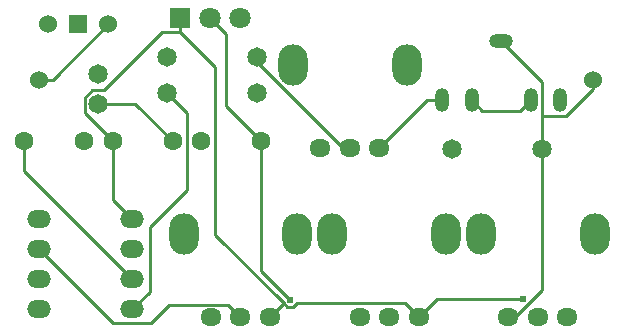
<source format=gbl>
G04 Layer: BottomLayer*
G04 EasyEDA v6.5.23, 2023-05-03 21:09:27*
G04 070e00cd3d364d4cb8f93b061264e40a,f016fa541b524367aba1ea0f7d3472e8,10*
G04 Gerber Generator version 0.2*
G04 Scale: 100 percent, Rotated: No, Reflected: No *
G04 Dimensions in millimeters *
G04 leading zeros omitted , absolute positions ,4 integer and 5 decimal *
%FSLAX45Y45*%
%MOMM*%

%ADD10C,0.2540*%
%ADD11R,1.5240X1.5240*%
%ADD12C,1.5240*%
%ADD13C,1.8000*%
%ADD14R,1.8000X1.8000*%
%ADD15C,1.6510*%
%ADD16C,1.6000*%
%ADD17O,1.9999959999999999X1.524*%
%ADD18O,1.9999959999999999X1.1999976*%
%ADD19O,1.1999976X1.9999959999999999*%
%ADD20O,1.7999964X1.499997*%
%ADD21O,2.4999949999999997X3.499866*%
%ADD22C,1.6500*%
%ADD23C,0.6100*%

%LPD*%
D10*
X4174312Y300738D02*
G01*
X4227195Y300738D01*
X4457700Y531243D01*
X4457700Y1727202D01*
X2082800Y1790702D02*
G01*
X2082800Y689028D01*
X2326487Y445340D01*
X1651000Y2832102D02*
G01*
X1786915Y2696187D01*
X1786915Y2086587D01*
X2082800Y1790702D01*
X4457700Y2008075D02*
G01*
X4457700Y1727202D01*
X4114800Y2637665D02*
G01*
X4457700Y2294765D01*
X4457700Y2008075D01*
X4457700Y2008075D02*
G01*
X4662881Y2008075D01*
X4889500Y2234694D01*
X4889500Y2311402D01*
X698500Y2108202D02*
G01*
X1016000Y2108202D01*
X1333500Y1790702D01*
X787400Y2781302D02*
G01*
X317500Y2311402D01*
X203200Y2311402D01*
X4299305Y455703D02*
G01*
X3569690Y455703D01*
X3414725Y300738D01*
X2271699Y417299D02*
G01*
X2302230Y386768D01*
X2350770Y386768D01*
X2382291Y418289D01*
X3297174Y418289D01*
X3414725Y300738D01*
X1397000Y2714195D02*
G01*
X1690446Y2420749D01*
X1690446Y998552D01*
X2271699Y417299D01*
X2271699Y417299D02*
G01*
X2155139Y300738D01*
X825500Y1790702D02*
G01*
X587171Y2029030D01*
X587171Y2156614D01*
X651382Y2220826D01*
X748944Y2220826D01*
X1242313Y2714195D01*
X1397000Y2714195D01*
X991895Y1130302D02*
G01*
X825500Y1296697D01*
X825500Y1790702D01*
X1397000Y2832102D02*
G01*
X1397000Y2714195D01*
X2832100Y1732790D02*
G01*
X2772283Y1732790D01*
X2044700Y2460373D01*
X2044700Y2501902D01*
X1282700Y2197102D02*
G01*
X1454150Y2025652D01*
X1454150Y1373634D01*
X1141603Y1061087D01*
X1141603Y518010D01*
X991895Y368302D01*
X3863720Y2137666D02*
G01*
X3953967Y2047420D01*
X4273473Y2047420D01*
X4363720Y2137666D01*
X3082112Y1732790D02*
G01*
X3486988Y2137666D01*
X3614800Y2137666D01*
X1905127Y300738D02*
G01*
X1798878Y406986D01*
X1304975Y406986D01*
X1152702Y254713D01*
X823493Y254713D01*
X201904Y876302D01*
X991895Y622302D02*
G01*
X76200Y1537997D01*
X76200Y1790702D01*
D11*
G01*
X533400Y2781300D03*
D12*
G01*
X787400Y2781300D03*
G01*
X279400Y2781300D03*
D13*
G01*
X1905000Y2832100D03*
G01*
X1651000Y2832100D03*
D14*
G01*
X1397000Y2832100D03*
D15*
G01*
X1282700Y2501900D03*
G01*
X2044700Y2501900D03*
D16*
G01*
X76200Y1790700D03*
G01*
X584200Y1790700D03*
G01*
X1574800Y1790700D03*
G01*
X2082800Y1790700D03*
G01*
X825500Y1790700D03*
G01*
X1333500Y1790700D03*
D17*
G01*
X201904Y1130300D03*
G01*
X991895Y1130300D03*
G01*
X201904Y876300D03*
G01*
X991895Y876300D03*
G01*
X201904Y622300D03*
G01*
X991895Y622300D03*
G01*
X201904Y368300D03*
G01*
X991895Y368300D03*
D18*
G01*
X4114800Y2637662D03*
D19*
G01*
X4614799Y2137663D03*
G01*
X4363720Y2137663D03*
G01*
X3863720Y2137663D03*
G01*
X3614800Y2137663D03*
D20*
G01*
X1655140Y300736D03*
G01*
X1905127Y300736D03*
G01*
X2155139Y300736D03*
D21*
G01*
X2385136Y1000760D03*
G01*
X1425117Y1000760D03*
D20*
G01*
X4174312Y300736D03*
G01*
X4424299Y300736D03*
G01*
X4674311Y300736D03*
D21*
G01*
X4904308Y1000760D03*
G01*
X3944289Y1000760D03*
D20*
G01*
X2914726Y300736D03*
G01*
X3164713Y300736D03*
G01*
X3414725Y300736D03*
D21*
G01*
X3644722Y1000760D03*
G01*
X2684703Y1000760D03*
D15*
G01*
X3695700Y1727200D03*
G01*
X4457700Y1727200D03*
G01*
X1282700Y2197100D03*
G01*
X2044700Y2197100D03*
D22*
G01*
X698500Y2362200D03*
G01*
X698500Y2108200D03*
D20*
G01*
X2582113Y1732787D03*
G01*
X2832100Y1732787D03*
G01*
X3082112Y1732787D03*
D21*
G01*
X3312109Y2432812D03*
G01*
X2352090Y2432812D03*
D12*
G01*
X4889500Y2311400D03*
G01*
X203200Y2311400D03*
D23*
G01*
X2326487Y445338D03*
G01*
X4299305Y455701D03*
M02*

</source>
